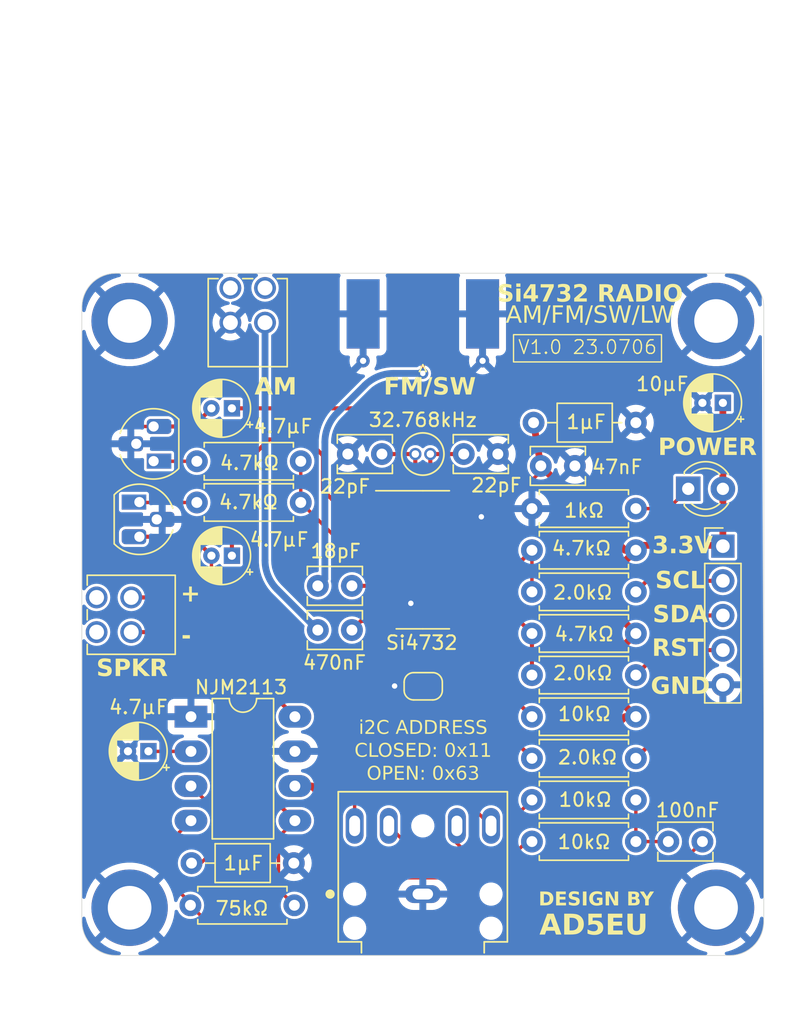
<source format=kicad_pcb>
(kicad_pcb (version 20221018) (generator pcbnew)
  (layers (0 "F.Cu" signal) (31 "B.Cu" signal) (34 "B.Paste" user) (35 "F.Paste" user) (36 "B.SilkS" user "B.Silkscreen") (37 "F.SilkS" user "F.Silkscreen") (38 "B.Mask" user) (39 "F.Mask" user) (44 "Edge.Cuts" user))
  (net 0 "")
  (net 1 "GND")
  (net 2 "Net-(U1-DCLK)")
  (net 3 "Net-(JP2-B)")
  (net 4 "+3.3V")
  (net 5 "Net-(D1-K)")
  (net 6 "Net-(C10-Pad1)")
  (net 7 "Net-(J4-In)")
  (net 8 "Net-(J3-Pin_1)")
  (net 9 "Net-(U1-ROUT)")
  (net 10 "Net-(Q1-B)")
  (net 11 "Net-(Q2-B)")
  (net 12 "Net-(U1-SCLK)")
  (net 13 "Net-(U1-SDIO)")
  (net 14 "Net-(U1-RCLK)")
  (net 15 "Net-(U1-RST)")
  (net 17 "Net-(J1-Pin_2)")
  (net 18 "Net-(J1-Pin_3)")
  (net 19 "Net-(J1-Pin_4)")
  (net 20 "Net-(U1-FMI)")
  (net 21 "Net-(U1-AMI)")
  (net 22 "Net-(Q1-C)")
  (net 23 "Net-(Q2-C)")
  (net 24 "Net-(U1-LOUT)")
  (net 25 "Net-(J2-Pad10)")
  (net 26 "Net-(U2-+VIN)")
  (net 27 "Net-(U2-VREF)")
  (net 28 "Net-(U2--VIN)")
  (net 29 "Net-(J5-Pin_1)")
  (net 30 "Net-(J5-Pin_2)")
  (net 31 "Net-(U1-GPIO1)")
  (net 33 "Net-(J2-Pad11)")
  (footprint "MountingHole:MountingHole_3.2mm_M3_DIN965_Pad" (layer "F.Cu") (at 96.5 53.5)
    (fp_text reference "REF**" hide)
    (fp_text value "MountingHole_3.2mm_M3_DIN965_Pad" hide)
    (pad "1" thru_hole circle (at 0 0) (size 5.6 5.6) (drill 3.2) (layers "*.Cu" "*.Mask") (net 1 "GND"))
  )
  (footprint "Resistor_THT:R_Axial_DIN0207_L6.3mm_D2.5mm_P7.62mm_Horizontal" (layer "F.Cu") (at 58.43 63.78)
    (fp_text reference "R8" hide)
    (fp_text value "4.7kΩ" (at 3.86 0.13) (layer "F.SilkS"))
    (pad "1" thru_hole circle (at 0 0) (size 1.6 1.6) (drill 0.8) (layers "*.Cu" "*.Mask") (net 10 "Net-(Q1-B)"))
    (pad "2" thru_hole oval (at 7.62 0) (size 1.6 1.6) (drill 0.8) (layers "*.Cu" "*.Mask") (net 31 "Net-(U1-GPIO1)"))
  )
  (footprint "Resistor_THT:R_Axial_DIN0207_L6.3mm_D2.5mm_P7.62mm_Horizontal" (layer "F.Cu") (at 57.96 96.32)
    (fp_text reference "R2" hide)
    (fp_text value "75kΩ" (at 3.78 0.23) (layer "F.SilkS"))
    (pad "1" thru_hole circle (at 0 0) (size 1.6 1.6) (drill 0.8) (layers "*.Cu" "*.Mask") (net 28 "Net-(U2--VIN)"))
    (pad "2" thru_hole oval (at 7.62 0) (size 1.6 1.6) (drill 0.8) (layers "*.Cu" "*.Mask") (net 30 "Net-(J5-Pin_2)"))
  )
  (footprint "Resistor_THT:R_Axial_DIN0207_L6.3mm_D2.5mm_P7.62mm_Horizontal" (layer "F.Cu") (at 83 73.35)
    (fp_text reference "R11" hide)
    (fp_text value "2.0kΩ" (at 3.72 0.05) (layer "F.SilkS"))
    (pad "1" thru_hole circle (at 0 0) (size 1.6 1.6) (drill 0.8) (layers "*.Cu" "*.Mask") (net 13 "Net-(U1-SDIO)"))
    (pad "2" thru_hole oval (at 7.62 0) (size 1.6 1.6) (drill 0.8) (layers "*.Cu" "*.Mask") (net 17 "Net-(J1-Pin_2)"))
  )
  (footprint "Package_SO:SOIC-16_3.9x9.9mm_P1.27mm" (layer "F.Cu") (at 75 71)
    (fp_text reference "U1" hide)
    (fp_text value "Si4732" (at -0.08 6.08) (layer "F.SilkS"))
    (pad "1" smd roundrect (at -2.475 -4.445) (size 1.95 0.6) (layers "F.Cu" "F.Paste" "F.Mask") (net 24 "Net-(U1-LOUT)"))
    (pad "2" smd roundrect (at -2.475 -3.175) (size 1.95 0.6) (layers "F.Cu" "F.Paste" "F.Mask") (net 2 "Net-(U1-DCLK)"))
    (pad "3" smd roundrect (at -2.475 -1.905) (size 1.95 0.6) (layers "F.Cu" "F.Paste" "F.Mask"))
    (pad "4" smd roundrect (at -2.475 -0.635) (size 1.95 0.6) (layers "F.Cu" "F.Paste" "F.Mask") (net 31 "Net-(U1-GPIO1)"))
    (pad "5" smd roundrect (at -2.475 0.635) (size 1.95 0.6) (layers "F.Cu" "F.Paste" "F.Mask"))
    (pad "6" smd roundrect (at -2.475 1.905) (size 1.95 0.6) (layers "F.Cu" "F.Paste" "F.Mask") (net 20 "Net-(U1-FMI)"))
    (pad "7" smd roundrect (at -2.475 3.175) (size 1.95 0.6) (layers "F.Cu" "F.Paste" "F.Mask") (net 1 "GND"))
    (pad "8" smd roundrect (at -2.475 4.445) (size 1.95 0.6) (layers "F.Cu" "F.Paste" "F.Mask") (net 21 "Net-(U1-AMI)"))
    (pad "9" smd roundrect (at 2.475 4.445) (size 1.95 0.6) (layers "F.Cu" "F.Paste" "F.Mask") (net 15 "Net-(U1-RST)"))
    (pad "10" smd roundrect (at 2.475 3.175) (size 1.95 0.6) (layers "F.Cu" "F.Paste" "F.Mask") (net 3 "Net-(JP2-B)"))
    (pad "11" smd roundrect (at 2.475 1.905) (size 1.95 0.6) (layers "F.Cu" "F.Paste" "F.Mask") (net 12 "Net-(U1-SCLK)"))
    (pad "12" smd roundrect (at 2.475 0.635) (size 1.95 0.6) (layers "F.Cu" "F.Paste" "F.Mask") (net 13 "Net-(U1-SDIO)"))
    (pad "13" smd roundrect (at 2.475 -0.635) (size 1.95 0.6) (layers "F.Cu" "F.Paste" "F.Mask") (net 14 "Net-(U1-RCLK)"))
    (pad "14" smd roundrect (at 2.475 -1.905) (size 1.95 0.6) (layers "F.Cu" "F.Paste" "F.Mask") (net 4 "+3.3V"))
    (pad "15" smd roundrect (at 2.475 -3.175) (size 1.95 0.6) (layers "F.Cu" "F.Paste" "F.Mask") (net 1 "GND"))
    (pad "16" smd roundrect (at 2.475 -4.445) (size 1.95 0.6) (layers "F.Cu" "F.Paste" "F.Mask") (net 9 "Net-(U1-ROUT)"))
  )
  (footprint "Package_DIP:DIP-8_W7.62mm_LongPads" (layer "F.Cu") (at 58 82.5)
    (fp_text reference "U2" hide)
    (fp_text value "NJM2113" (at 3.67 -2.16) (layer "F.SilkS"))
    (pad "1" thru_hole rect (at 0 0) (size 2.4 1.6) (drill 0.8) (layers "*.Cu" "*.Mask") (net 1 "GND"))
    (pad "2" thru_hole oval (at 0 2.54) (size 2.4 1.6) (drill 0.8) (layers "*.Cu" "*.Mask") (net 27 "Net-(U2-VREF)"))
    (pad "3" thru_hole oval (at 0 5.08) (size 2.4 1.6) (drill 0.8) (layers "*.Cu" "*.Mask") (net 26 "Net-(U2-+VIN)"))
    (pad "4" thru_hole oval (at 0 7.62) (size 2.4 1.6) (drill 0.8) (layers "*.Cu" "*.Mask") (net 28 "Net-(U2--VIN)"))
    (pad "5" thru_hole oval (at 7.62 7.62) (size 2.4 1.6) (drill 0.8) (layers "*.Cu" "*.Mask") (net 30 "Net-(J5-Pin_2)"))
    (pad "6" thru_hole oval (at 7.62 5.08) (size 2.4 1.6) (drill 0.8) (layers "*.Cu" "*.Mask") (net 4 "+3.3V"))
    (pad "7" thru_hole oval (at 7.62 2.54) (size 2.4 1.6) (drill 0.8) (layers "*.Cu" "*.Mask") (net 1 "GND"))
    (pad "8" thru_hole oval (at 7.62 0) (size 2.4 1.6) (drill 0.8) (layers "*.Cu" "*.Mask") (net 29 "Net-(J5-Pin_1)"))
  )
  (footprint "Capacitor_THT:CP_Radial_D4.0mm_P1.50mm" (layer "F.Cu") (at 54.8826 85.03 180)
    (fp_text reference "C4" hide)
    (fp_text value "4.7µF" (at 0.7426 3.23) (layer "F.SilkS"))
    (pad "1" thru_hole rect (at 0 0 180) (size 1.2 1.2) (drill 0.6) (layers "*.Cu" "*.Mask") (net 27 "Net-(U2-VREF)"))
    (pad "2" thru_hole circle (at 1.5 0 180) (size 1.2 1.2) (drill 0.6) (layers "*.Cu" "*.Mask") (net 1 "GND"))
  )
  (footprint "Resistor_THT:R_Axial_DIN0207_L6.3mm_D2.5mm_P7.62mm_Horizontal" (layer "F.Cu") (at 90.62 67.25 180)
    (fp_text reference "R6" hide)
    (fp_text value "1kΩ" (at 3.79 -0.14) (layer "F.SilkS"))
    (pad "1" thru_hole circle (at 0 0 180) (size 1.6 1.6) (drill 0.8) (layers "*.Cu" "*.Mask") (net 5 "Net-(D1-K)"))
    (pad "2" thru_hole oval (at 7.62 0 180) (size 1.6 1.6) (drill 0.8) (layers "*.Cu" "*.Mask") (net 1 "GND"))
  )
  (footprint "Resistor_THT:R_Axial_DIN0207_L6.3mm_D2.5mm_P7.62mm_Horizontal" (layer "F.Cu") (at 83 85.55)
    (fp_text reference "R16" hide)
    (fp_text value "2.0kΩ" (at 4.08 -0.07) (layer "F.SilkS"))
    (pad "1" thru_hole circle (at 0 0) (size 1.6 1.6) (drill 0.8) (layers "*.Cu" "*.Mask") (net 15 "Net-(U1-RST)"))
    (pad "2" thru_hole oval (at 7.62 0) (size 1.6 1.6) (drill 0.8) (layers "*.Cu" "*.Mask") (net 19 "Net-(J1-Pin_4)"))
  )
  (footprint "Connector_Coaxial:SMA_Molex_73251-1153_EdgeMount_Horizontal" (layer "F.Cu") (at 75 54.7 -90)
    (fp_text reference "J4" hide)
    (fp_text value "Conn_01x01_Female" hide)
    (pad "1" smd rect (at -1.72 0 270) (size 5.08 2.29) (layers "F.Cu" "F.Paste" "F.Mask") (net 7 "Net-(J4-In)"))
    (pad "2" smd rect (at -1.72 -4.38 270) (size 5.08 2.42) (layers "F.Cu" "F.Paste" "F.Mask") (net 1 "GND"))
    (pad "2" smd rect (at -1.72 -4.38 270) (size 5.08 2.42) (layers "B.Cu" "B.Paste" "B.Mask") (net 1 "GND"))
    (pad "2" smd rect (at -1.72 4.38 270) (size 5.08 2.42) (layers "F.Cu" "F.Paste" "F.Mask") (net 1 "GND"))
    (pad "2" smd rect (at -1.72 4.38 270) (size 5.08 2.42) (layers "B.Cu" "B.Paste" "B.Mask") (net 1 "GND"))
    (pad "2" smd rect (at 1.27 -4.38 270) (size 0.95 0.46) (layers "F.Cu") (net 1 "GND"))
    (pad "2" smd rect (at 1.27 -4.38 270) (size 0.95 0.46) (layers "B.Cu") (net 1 "GND"))
    (pad "2" smd rect (at 1.27 4.38 270) (size 0.95 0.46) (layers "F.Cu") (net 1 "GND"))
    (pad "2" smd rect (at 1.27 4.38 270) (size 0.95 0.46) (layers "B.Cu") (net 1 "GND"))
    (pad "2" thru_hole circle (at 1.72 -4.38 270) (size 0.97 0.97) (drill 0.46) (layers "*.Cu") (net 1 "GND"))
    (pad "2" thru_hole circle (at 1.72 4.38 270) (size 0.97 0.97) (drill 0.46) (layers "*.Cu") (net 1 "GND"))
  )
  (footprint "Jumper:SolderJumper-2_P1.3mm_Bridged_RoundedPad1.0x1.5mm" (layer "F.Cu") (at 75.03 80.27)
    (fp_text reference "JP2" hide)
    (fp_text value "SolderJumper_2_Open" hide)
    (fp_poly (pts (xy 0.25 -0.3) (xy -0.25 -0.3) (xy -0.25 0.3) (xy 0.25 0.3)) (fill solid) (layer "F.Cu"))
    (pad "1" smd custom (at -0.65 0) (size 1 0.5) (layers "F.Cu" "F.Mask") (net 1 "GND") (options (clearance outline) (anchor rect)) (primitives (gr_circle (center 0 0.25) (end 0.5 0.25) (width 0) (fill yes)) (gr_circle (center 0 -0.25) (end 0.5 -0.25) (width 0) (fill yes)) (gr_poly (pts (xy 0.5 0.75) (xy 0 0.75) (xy 0 -0.75) (xy 0.5 -0.75)) (width 0) (fill yes))))
    (pad "2" smd custom (at 0.65 0) (size 1 0.5) (layers "F.Cu" "F.Mask") (net 3 "Net-(JP2-B)") (options (clearance outline) (anchor rect)) (primitives (gr_circle (center 0 0.25) (end 0.5 0.25) (width 0) (fill yes)) (gr_circle (center 0 -0.25) (end 0.5 -0.25) (width 0) (fill yes)) (gr_poly (pts (xy 0 0.75) (xy -0.5 0.75) (xy -0.5 -0.75) (xy 0 -0.75)) (width 0) (fill yes))))
  )
  (footprint "Capacitor_THT:C_Axial_L3.8mm_D2.6mm_P7.50mm_Horizontal" (layer "F.Cu") (at 65.54 93.23 180)
    (fp_text reference "C3" hide)
    (fp_text value "1µF" (at 3.7 -0.01) (layer "F.SilkS"))
    (pad "1" thru_hole circle (at 0 0 180) (size 1.6 1.6) (drill 0.8) (layers "*.Cu" "*.Mask") (net 1 "GND"))
    (pad "2" thru_hole oval (at 7.5 0 180) (size 1.6 1.6) (drill 0.8) (layers "*.Cu" "*.Mask") (net 26 "Net-(U2-+VIN)"))
  )
  (footprint "MountingHole:MountingHole_3.2mm_M3_DIN965_Pad" (layer "F.Cu") (at 96.5 96.5)
    (fp_text reference "REF**" hide)
    (fp_text value "MountingHole_3.2mm_M3_DIN965_Pad" hide)
    (pad "1" thru_hole circle (at 0 0) (size 5.6 5.6) (drill 3.2) (layers "*.Cu" "*.Mask") (net 1 "GND"))
  )
  (footprint "Capacitor_THT:CP_Radial_D4.0mm_P1.50mm" (layer "F.Cu") (at 61 70.7 180)
    (fp_text reference "C15" hide)
    (fp_text value "4.7µF" (at -3.46 1.18) (layer "F.SilkS"))
    (pad "1" thru_hole rect (at 0 0 180) (size 1.2 1.2) (drill 0.6) (layers "*.Cu" "*.Mask") (net 24 "Net-(U1-LOUT)"))
    (pad "2" thru_hole circle (at 1.5 0 180) (size 1.2 1.2) (drill 0.6) (layers "*.Cu" "*.Mask") (net 23 "Net-(Q2-C)"))
  )
  (footprint "Capacitor_THT:C_Disc_D3.8mm_W2.6mm_P2.50mm" (layer "F.Cu") (at 72 63.25 180)
    (fp_text reference "C1" hide)
    (fp_text value "22pF" (at 2.71 -2.38) (layer "F.SilkS"))
    (pad "1" thru_hole circle (at 0 0 180) (size 1.6 1.6) (drill 0.8) (layers "*.Cu" "*.Mask") (net 2 "Net-(U1-DCLK)"))
    (pad "2" thru_hole circle (at 2.5 0 180) (size 1.6 1.6) (drill 0.8) (layers "*.Cu" "*.Mask") (net 1 "GND"))
  )
  (footprint "LED_THT:LED_D3.0mm" (layer "F.Cu") (at 94.46 65.8)
    (fp_text reference "D1" hide)
    (fp_text value "LED_Small" hide)
    (pad "1" thru_hole rect (at 0 0) (size 1.8 1.8) (drill 0.9) (layers "*.Cu" "*.Mask") (net 5 "Net-(D1-K)"))
    (pad "2" thru_hole circle (at 2.54 0) (size 1.8 1.8) (drill 0.9) (layers "*.Cu" "*.Mask") (net 4 "+3.3V"))
  )
  (footprint "SJ1-3525N:SJ1-3525N" (layer "F.Cu") (at 75 95.5 90)
    (fp_text reference "J2" hide)
    (fp_text value "SJ1-3525N" hide)
    (pad "" np_thru_hole circle (at -2.5 -5 90) (size 1.2 1.2) (drill 1.2) (layers "*.Cu" "*.Mask"))
    (pad "" np_thru_hole circle (at -2.5 5 90) (size 1.2 1.2) (drill 1.2) (layers "*.Cu" "*.Mask"))
    (pad "" np_thru_hole circle (at 0 -5 90) (size 1.2 1.2) (drill 1.2) (layers "*.Cu" "*.Mask"))
    (pad "" np_thru_hole circle (at 0 5 90) (size 1.2 1.2) (drill 1.2) (layers "*.Cu" "*.Mask"))
    (pad "" np_thru_hole circle (at 5 0 90) (size 1.2 1.2) (drill 1.2) (layers "*.Cu" "*.Mask"))
    (pad "1" thru_hole oval (at 0 0 90) (size 1.308 2.616) (drill oval 0.8 1.5) (layers "*.Cu" "*.Mask") (net 1 "GND"))
    (pad "2" thru_hole oval (at 5 5 90) (size 2.616 1.308) (drill oval 1.5 0.8) (layers "*.Cu" "*.Mask") (net 23 "Net-(Q2-C)"))
    (pad "3" thru_hole oval (at 5 -5 90) (size 2.616 1.308) (drill oval 1.5 0.8) (layers "*.Cu" "*.Mask") (net 22 "Net-(Q1-C)"))
    (pad "10" thru_hole oval (at 5 2.5 90) (size 2.616 1.308) (drill oval 1.5 0.8) (layers "*.Cu" "*.Mask") (net 25 "Net-(J2-Pad10)"))
    (pad "11" thru_hole oval (at 5 -2.5 90) (size 2.616 1.308) (drill oval 1.5 0.8) (layers "*.Cu" "*.Mask") (net 33 "Net-(J2-Pad11)"))
  )
  (footprint "Resistor_THT:R_Axial_DIN0207_L6.3mm_D2.5mm_P7.62mm_Horizontal" (layer "F.Cu") (at 90.62 88.6 180)
    (fp_text reference "R5" hide)
    (fp_text value "10kΩ" (at 3.71 0.02) (layer "F.SilkS"))
    (pad "1" thru_hole circle (at 0 0 180) (size 1.6 1.6) (drill 0.8) (layers "*.Cu" "*.Mask") (net 6 "Net-(C10-Pad1)"))
    (pad "2" thru_hole oval (at 7.62 0 180) (size 1.6 1.6) (drill 0.8) (layers "*.Cu" "*.Mask") (net 25 "Net-(J2-Pad10)"))
  )
  (footprint "Capacitor_THT:C_Disc_D3.8mm_W2.6mm_P2.50mm" (layer "F.Cu") (at 86.15 64.12 180)
    (fp_text reference "C5" hide)
    (fp_text value "47nF" (at -3.1 -0.08) (layer "F.SilkS"))
    (pad "1" thru_hole circle (at 0 0 180) (size 1.6 1.6) (drill 0.8) (layers "*.Cu" "*.Mask") (net 1 "GND"))
    (pad "2" thru_hole circle (at 2.5 0 180) (size 1.6 1.6) (drill 0.8) (layers "*.Cu" "*.Mask") (net 4 "+3.3V"))
  )
  (footprint "Resistor_THT:R_Axial_DIN0207_L6.3mm_D2.5mm_P7.62mm_Horizontal" (layer "F.Cu") (at 83 79.45)
    (fp_text reference "R14" hide)
    (fp_text value "2.0kΩ" (at 3.73 -0.14) (layer "F.SilkS"))
    (pad "1" thru_hole circle (at 0 0) (size 1.6 1.6) (drill 0.8) (layers "*.Cu" "*.Mask") (net 12 "Net-(U1-SCLK)"))
    (pad "2" thru_hole oval (at 7.62 0) (size 1.6 1.6) (drill 0.8) (layers "*.Cu" "*.Mask") (net 18 "Net-(J1-Pin_3)"))
  )
  (footprint "Capacitor_THT:C_Disc_D3.8mm_W2.6mm_P2.50mm" (layer "F.Cu") (at 78 63.25)
    (fp_text reference "C2" hide)
    (fp_text value "22pF" (at 2.39 2.29) (layer "F.SilkS"))
    (pad "1" thru_hole circle (at 0 0) (size 1.6 1.6) (drill 0.8) (layers "*.Cu" "*.Mask") (net 14 "Net-(U1-RCLK)"))
    (pad "2" thru_hole circle (at 2.5 0) (size 1.6 1.6) (drill 0.8) (layers "*.Cu" "*.Mask") (net 1 "GND"))
  )
  (footprint "Capacitor_THT:C_Axial_L3.8mm_D2.6mm_P7.50mm_Horizontal" (layer "F.Cu") (at 90.62 60.95 180)
    (fp_text reference "C7" hide)
    (fp_text value "1µF" (at 3.65 0.05) (layer "F.SilkS"))
    (pad "1" thru_hole circle (at 0 0 180) (size 1.6 1.6) (drill 0.8) (layers "*.Cu" "*.Mask") (net 1 "GND"))
    (pad "2" thru_hole oval (at 7.5 0 180) (size 1.6 1.6) (drill 0.8) (layers "*.Cu" "*.Mask") (net 4 "+3.3V"))
  )
  (footprint "Package_TO_SOT_THT:TO-92_HandSolder" (layer "F.Cu") (at 54.22 66.77 -90)
    (fp_text reference "Q2" hide)
    (fp_text value "Q_NPN_BEC" hide)
    (pad "1" thru_hole rect (at 0 0 270) (size 1.1 1.8) (drill 0.75 (offset 0 0.4)) (layers "*.Cu" "*.Mask") (net 11 "Net-(Q2-B)"))
    (pad "2" thru_hole roundrect (at 1.27 -1.27 270) (size 1.1 1.8) (drill 0.75 (offset 0 -0.4)) (layers "*.Cu" "*.Mask") (net 1 "GND"))
    (pad "3" thru_hole roundrect (at 2.54 0 270) (size 1.1 1.8) (drill 0.75 (offset 0 0.4)) (layers "*.Cu" "*.Mask") (net 23 "Net-(Q2-C)"))
  )
  (footprint "Resistor_THT:R_Axial_DIN0207_L6.3mm_D2.5mm_P7.62mm_Horizontal" (layer "F.Cu") (at 58.43 66.8)
    (fp_text reference "R7" hide)
    (fp_text value "4.7kΩ" (at 3.79 -0.02) (layer "F.SilkS"))
    (pad "1" thru_hole circle (at 0 0) (size 1.6 1.6) (drill 0.8) (layers "*.Cu" "*.Mask") (net 11 "Net-(Q2-B)"))
    (pad "2" thru_hole oval (at 7.62 0) (size 1.6 1.6) (drill 0.8) (layers "*.Cu" "*.Mask") (net 31 "Net-(U1-GPIO1)"))
  )
  (footprint "Package_TO_SOT_THT:TO-92_HandSolder" (layer "F.Cu") (at 55.26 63.77 90)
    (fp_text reference "Q1" hide)
    (fp_text value "Q_NPN_BEC" hide)
    (pad "1" thru_hole rect (at 0 0 90) (size 1.1 1.8) (drill 0.75 (offset 0 0.4)) (layers "*.Cu" "*.Mask") (net 10 "Net-(Q1-B)"))
    (pad "2" thru_hole roundrect (at 1.27 -1.27 90) (size 1.1 1.8) (drill 0.75 (offset 0 -0.4)) (layers "*.Cu" "*.Mask") (net 1 "GND"))
    (pad "3" thru_hole roundrect (at 2.54 0 90) (size 1.1 1.8) (drill 0.75 (offset 0 0.4)) (layers "*.Cu" "*.Mask") (net 22 "Net-(Q1-C)"))
  )
  (footprint "Phoenix_2x1:1725656" (layer "F.Cu") (at 63.43 53.62 180)
    (fp_text reference "J3" hide)
    (fp_text value "Conn_01x02_Pin" hide)
    (pad "1" thru_hole circle (at 0 0 180) (size 1.6002 1.6002) (drill 1.0922) (layers "*.Cu" "*.Mask") (net 8 "Net-(J3-Pin_1)"))
    (pad "2" thru_hole circle (at 2.54 0 180) (size 1.6002 1.6002) (drill 1.0922) (layers "*.Cu" "*.Mask") (net 1 "GND"))
    (pad "3" thru_hole circle (at 0 2.54 270) (size 1.6002 1.6002) (drill 1.0922) (layers "*.Cu" "*.Mask"))
    (pad "4" thru_hole circle (at 2.54 2.54 270) (size 1.6002 1.6002) (drill 1.0922) (layers "*.Cu" "*.Mask"))
  )
  (footprint "Connector_PinHeader_2.54mm:PinHeader_1x05_P2.54mm_Vertical" (layer "F.Cu") (at 97 70)
    (fp_text reference "J1" hide)
    (fp_text value "Conn_01x05_Pin" hide)
    (pad "1" thru_hole rect (at 0 0) (size 1.7 1.7) (drill 1) (layers "*.Cu" "*.Mask") (net 4 "+3.3V"))
    (pad "2" thru_hole oval (at 0 2.54) (size 1.7 1.7) (drill 1) (layers "*.Cu" "*.Mask") (net 17 "Net-(J1-Pin_2)"))
    (pad "3" thru_hole oval (at 0 5.08) (size 1.7 1.7) (drill 1) (layers "*.Cu" "*.Mask") (net 18 "Net-(J1-Pin_3)"))
    (pad "4" thru_hole oval (at 0 7.62) (size 1.7 1.7) (drill 1) (layers "*.Cu" "*.Mask") (net 19 "Net-(J1-Pin_4)"))
    (pad "5" thru_hole oval (at 0 10.16) (size 1.7 1.7) (drill 1) (layers "*.Cu" "*.Mask") (net 1 "GND"))
  )
  (footprint "MountingHole:MountingHole_3.2mm_M3_DIN965_Pad" (layer "F.Cu") (at 53.5 96.5)
    (fp_text reference "REF**" hide)
    (fp_text value "MountingHole_3.2mm_M3_DIN965_Pad" hide)
    (pad "1" thru_hole circle (at 0 0) (size 5.6 5.6) (drill 3.2) (layers "*.Cu" "*.Mask") (net 1 "GND"))
  )
  (footprint "ECS27:XTAL_ECS-.327-12.5-8X-C" (layer "F.Cu") (at 75 63.25)
    (fp_text reference "Y1" hide)
    (fp_text value "32.768kHz" (at 0 -2.5) (layer "F.SilkS"))
    (pad "1" thru_hole circle (at -0.55 0) (size 0.9 0.9) (drill 0.55) (layers "*.Cu" "*.Mask") (net 2 "Net-(U1-DCLK)"))
    (pad "2" thru_hole circle (at 0.55 0) (size 0.9 0.9) (drill 0.55) (layers "*.Cu" "*.Mask") (net 14 "Net-(U1-RCLK)"))
  )
  (footprint "Capacitor_THT:CP_Radial_D4.0mm_P1.50mm" (layer "F.Cu") (at 97 59.5 180)
    (fp_text reference "C8" hide)
    (fp_text value "10µF" (at 4.44 1.38) (layer "F.SilkS"))
    (pad "1" thru_hole rect (at 0 0 180) (size 1.2 1.2) (drill 0.6) (layers "*.Cu" "*.Mask") (net 4 "+3.3V"))
    (pad "2" thru_hole circle (at 1.5 0 180) (size 1.2 1.2) (drill 0.6) (layers "*.Cu" "*.Mask") (net 1 "GND"))
  )
  (footprint "Capacitor_THT:C_Disc_D3.8mm_W2.6mm_P2.50mm" (layer "F.Cu") (at 93 91.65)
    (fp_text reference "C10" hide)
    (fp_text value "100nF" (at 1.41 -2.3) (layer "F.SilkS"))
    (pad "1" thru_hole circle (at 0 0) (size 1.6 1.6) (drill 0.8) (layers "*.Cu" "*.Mask") (net 6 "Net-(C10-Pad1)"))
    (pad "2" thru_hole circle (at 2.5 0) (size 1.6 1.6) (drill 0.8) (layers "*.Cu" "*.Mask") (net 28 "Net-(U2--VIN)"))
  )
  (footprint "Resistor_THT:R_Axial_DIN0207_L6.3mm_D2.5mm_P7.62mm_Horizontal" (layer "F.Cu") (at 90.62 70.3 180)
    (fp_text reference "R4" hide)
    (fp_text value "4.7kΩ" (at 3.99 0.14) (layer "F.SilkS"))
    (pad "1" thru_hole circle (at 0 0 180) (size 1.6 1.6) (drill 0.8) (layers "*.Cu" "*.Mask") (net 4 "+3.3V"))
    (pad "2" thru_hole oval (at 7.62 0 180) (size 1.6 1.6) (drill 0.8) (layers "*.Cu" "*.Mask") (net 13 "Net-(U1-SDIO)"))
  )
  (footprint "MountingHole:MountingHole_3.2mm_M3_DIN965_Pad" (layer "F.Cu") (at 53.5 53.5)
    (fp_text reference "REF**" hide)
    (fp_text value "MountingHole_3.2mm_M3_DIN965_Pad" hide)
    (pad "1" thru_hole circle (at 0 0) (size 5.6 5.6) (drill 3.2) (layers "*.Cu" "*.Mask") (net 1 "GND"))
  )
  (footprint "Capacitor_THT:C_Disc_D3.8mm_W2.6mm_P2.50mm" (layer "F.Cu") (at 67.3 76.15)
    (fp_text reference "C9" hide)
    (fp_text value "470nF" (at 1.22 2.39) (layer "F.SilkS"))
    (pad "1" thru_hole circle (at 0 0) (size 1.6 1.6) (drill 0.8) (layers "*.Cu" "*.Mask") (net 8 "Net-(J3-Pin_1)"))
    (pad "2" thru_hole circle (at 2.5 0) (size 1.6 1.6) (drill 0.8) (layers "*.Cu" "*.Mask") (net 21 "Net-(U1-AMI)"))
  )
  (footprint "Resistor_THT:R_Axial_DIN0207_L6.3mm_D2.5mm_P7.62mm_Horizontal" (layer "F.Cu") (at 90.62 76.4 180)
    (fp_text reference "R1" hide)
    (fp_text value "4.7kΩ" (at 3.79 -0.05) (layer "F.SilkS"))
    (pad "1" thru_hole circle (at 0 0 180) (size 1.6 1.6) (drill 0.8) (layers "*.Cu" "*.Mask") (net 4 "+3.3V"))
    (pad "2" thru_hole oval (at 7.62 0 180) (size 1.6 1.6) (drill 0.8) (layers "*.Cu" "*.Mask") (net 12 "Net-(U1-SCLK)"))
  )
  (footprint "Resistor_THT:R_Axial_DIN0207_L6.3mm_D2.5mm_P7.62mm_Horizontal" (layer "F.Cu") (at 90.62 82.5 180)
    (fp_text reference "R3" hide)
    (fp_text value "10kΩ" (at 3.77 0.2) (layer "F.SilkS"))
    (pad "1" thru_hole circle (at 0 0 180) (size 1.6 1.6) (drill 0.8) (layers "*.Cu" "*.Mask") (net 4 "+3.3V"))
    (pad "2" thru_hole oval (at 7.62 0 180) (size 1.6 1.6) (drill 0.8) (layers "*.Cu" "*.Mask") (net 3 "Net-(JP2-B)"))
  )
  (footprint "Capacitor_THT:C_Disc_D3.8mm_W2.6mm_P2.50mm" (layer "F.Cu") (at 67.3 72.91)
    (fp_text reference "C6" hide)
    (fp_text value "18pF" (at 1.31 -2.54) (layer "F.SilkS"))
    (pad "1" thru_hole circle (at 0 0) (size 1.6 1.6) (drill 0.8) (layers "*.Cu" "*.Mask") (net 7 "Net-(J4-In)"))
    (pad "2" thru_hole circle (at 2.5 0) (size 1.6 1.6) (drill 0.8) (layers "*.Cu" "*.Mask") (net 20 "Net-(U1-FMI)"))
  )
  (footprint "Phoenix_2x1:1725656" (layer "F.Cu") (at 53.62 73.76 -90)
    (fp_text reference "J5" hide)
    (fp_text value "Conn_01x02_Pin" hide)
    (pad "1" thru_hole circle (at 0 0 270) (size 1.6002 1.6002) (drill 1.0922) (layers "*.Cu" "*.Mask") (net 29 "Net-(J5-Pin_1)"))
    (pad "2" thru_hole circle (at 2.54 0 270) (size 1.6002 1.6002) (drill 1.0922) (layers "*.Cu" "*.Mask") (net 30 "Net-(J5-Pin_2)"))
    (pad "3" thru_hole circle (at 0 2.54) (size 1.6002 1.6002) (drill 1.0922) (layers "*.Cu" "*.Mask"))
    (pad "4" thru_hole circle (at 2.54 2.54) (size 1.6002 1.6002) (drill 1.0922) (layers "*.Cu" "*.Mask"))
  )
  (footprint "Resistor_THT:R_Axial_DIN0207_L6.3mm_D2.5mm_P7.62mm_Horizontal" (layer "F.Cu") (at 90.62 91.65 180)
    (fp_text reference "R12" hide)
    (fp_text value "10kΩ" (at 3.79 -0.03) (layer "F.SilkS"))
    (pad "1" thru_hole circle (at 0 0 180) (size 1.6 1.6) (drill 0.8) (layers "*.Cu" "*.Mask") (net 6 "Net-(C10-Pad1)"))
    (pad "2" thru_hole oval (at 7.62 0 180) (size 1.6 1.6) (drill 0.8) (layers "*.Cu" "*.Mask") (net 33 "Net-(J2-Pad11)"))
  )
  (footprint "Capacitor_THT:CP_Radial_D4.0mm_P1.50mm" (layer "F.Cu") (at 61 59.9 180)
    (fp_text reference "C11" hide)
    (fp_text value "4.7µF" (at -3.74 -1.32) (layer "F.SilkS"))
    (pad "1" thru_hole rect (at 0 0 180) (size 1.2 1.2) (drill 0.6) (layers "*.Cu" "*.Mask") (net 9 "Net-(U1-ROUT)"))
    (pad "2" thru_hole circle (at 1.5 0 180) (size 1.2 1.2) (drill 0.6) (layers "*.Cu" "*.Mask") (net 22 "Net-(Q1-C)"))
  )
  (gr_rect (start 81.65 54.5) (end 92.5 56.5) (stroke (width 0.1)) (fill none) (layer "F.SilkS"))
  (gr_arc (start 52.5 100) (mid 50.732234 99.267767) (end 50 97.5) (stroke (width 0.05)) (layer "Edge.Cuts"))
  (gr_arc (start 97.5 50) (mid 99.267766 50.732233) (end 100 52.5) (stroke (width 0.05)) (layer "Edge.Cuts"))
  (gr_arc (start 100 97.5) (mid 99.267767 99.267766) (end 97.5 100) (stroke (width 0.05)) (layer "Edge.Cuts"))
  (gr_arc (start 50 52.5) (mid 50.732233 50.732234) (end 52.5 50) (stroke (width 0.05)) (layer "Edge.Cuts"))
  (gr_line (start 52.5 100) (end 97.5 100) (stroke (width 0.05)) (layer "Edge.Cuts"))
  (gr_line (start 100 52.5) (end 100 97.5) (stroke (width 0.05)) (layer "Edge.Cuts"))
  (gr_line (start 52.5 50) (end 97.5 50) (stroke (width 0.05)) (layer "Edge.Cuts"))
  (gr_line (start 50 52.5) (end 50 97.5) (stroke (width 0.05)) (layer "Edge.Cuts"))
  (gr_text "V1.0 23.0706\n" (at 87.075 56) (layer "F.SilkS") (effects (font (size 1 1) (thickness 0.1)) (justify bottom)))
  (gr_text "GND" (at 91.71 81.04) (layer "F.SilkS") (effects (font (size 1.25 1.25) (thickness 0.25) bold) (justify left bottom)))
  (gr_text "FM/SW" (at 72.13 59.1) (layer "F.SilkS") (effects (font (size 1.25 1.25) (thickness 0.25) bold) (justify left bottom)))
  (gr_text "RST" (at 91.8 78.25) (layer "F.SilkS") (effects (font (size 1.25 1.25) (thickness 0.25) bold) (justify left bottom)))
  (gr_text "+" (at 57.23 74.27) (layer "F.SilkS") (effects (font (size 1.25 1.25) (thickness 0.25) bold) (justify left bottom)))
  (gr_text "i2C ADDRESS\nCLOSED: 0x11\nOPEN: 0x63" (at 75.02 87.29) (layer "F.SilkS") (effects (font (size 1 1) (thickness 0.125)) (justify bottom)))
  (gr_text "Si4732 RADIO\n" (at 87.26 52.29) (layer "F.SilkS") (effects (font (size 1.25 1.25) (thickness 0.3) bold) (justify bottom)))
  (gr_text "DESIGN BY" (at 87.71 96.5) (layer "F.SilkS") (effects (font (size 1 1) (thickness 0.25) bold) (justify bottom)))
  (gr_text "3.3V" (at 91.81 70.73) (layer "F.SilkS") (effects (font (size 1.25 1.25) (thickness 0.25) bold) (justify left bottom)))
  (gr_text "SPKR" (at 51.06 79.73) (layer "F.SilkS") (effects (font (size 1.25 1.25) (thickness 0.25) bold) (justify left bottom)))
  (gr_text "AM" (at 62.66 59.1) (layer "F.SilkS") (effects (font (size 1.25 1.25) (thickness 0.25) bold) (justify left bottom)))
  (gr_text "-" (at 57.29 77.36) (layer "F.SilkS") (effects (font (size 1.25 1.25) (thickness 0.25) bold) (justify left bottom)))
  (gr_text "SDA" (at 91.85 75.79) (layer "F.SilkS") (effects (font (size 1.25 1.25) (thickness 0.25) bold) (justify left bottom)))
  (gr_text "AD5EU" (at 87.53 98.72) (layer "F.SilkS") (effects (font (size 1.5 1.5) (thickness 0.3) bold italic) (justify bottom)))
  (gr_text "AM/FM/SW/LW\n\n" (at 87.26 55.94) (layer "F.SilkS") (effects (font (size 1.25 1.25) (thickness 0.15625)) (justify bottom)))
  (gr_text "POWER" (at 92.25 63.53) (layer "F.SilkS") (effects (font (size 1.25 1.25) (thickness 0.25) bold) (justify left bottom)))
  (gr_text "SCL" (at 92.04 73.3) (layer "F.SilkS") (effects (font (size 1.25 1.25) (thickness 0.25) bold) (justify left bottom)))
  (segment (start 77.475 67.825) (end 79.265 67.825) (width 0.35) (layer "F.Cu") (net 1))
  (segment (start 74.105 74.175) (end 74.12 74.19) (width 0.35) (layer "F.Cu") (net 1))
  (segment (start 74.38 80.27) (end 72.95 80.27) (width 0.35) (layer "F.Cu") (net 1))
  (segment (start 72.525 74.175) (end 74.105 74.175) (width 0.35) (layer "F.Cu") (net 1))
  (segment (start 79.265 67.825) (end 79.29 67.85) (width 0.35) (layer "F.Cu") (net 1))
  (via (at 79.29 67.85) (size 0.8) (drill 0.4) (layers "F.Cu" "B.Cu") (net 1))
  (via (at 74.12 74.19) (size 0.8) (drill 0.4) (layers "F.Cu" "B.Cu") (net 1))
  (via (at 72.93 80.25) (size 0.8) (drill 0.4) (layers "F.Cu" "B.Cu") (net 1))
  (segment (start 70.61 53.04) (end 70.62 53.03) (width 0.5) (layer "B.Cu") (net 1))
  (segment (start 72 63.25) (end 74.45 63.25) (width 0.3) (layer "F.Cu") (net 2))
  (segment (start 73.655 67.825) (end 74.45 67.03) (width 0.3) (layer "F.Cu") (net 2))
  (segment (start 74.45 67.03) (end 74.45 63.25) (width 0.3) (layer "F.Cu") (net 2))
  (segment (start 72.525 67.825) (end 73.655 67.825) (width 0.3) (layer "F.Cu") (net 2))
  (segment (start 77.475 74.175) (end 79.795 74.175) (width 0.3) (layer "F.Cu") (net 3))
  (segment (start 77.475 74.175) (end 77.062893 74.175) (width 0.3) (layer "F.Cu") (net 3))
  (segment (start 77.062893 74.175) (end 75.68 75.557893) (width 0.3) (layer "F.Cu") (net 3))
  (segment (start 75.68 75.557893) (end 75.68 80.27) (width 0.3) (layer "F.Cu") (net 3))
  (segment (start 79.795 74.175) (end 80.72 75.1) (width 0.3) (layer "F.Cu") (net 3))
  (segment (start 80.72 80.22) (end 83 82.5) (width 0.3) (layer "F.Cu") (net 3))
  (segment (start 80.72 75.1) (end 80.72 80.22) (width 0.3) (layer "F.Cu") (net 3))
  (segment (start 88.99 83.342233) (end 89.832233 82.5) (width 0.5) (layer "F.Cu") (net 4))
  (segment (start 67.81 88.54) (end 67.81 92.23) (width 0.5) (layer "F.Cu") (net 4))
  (segment (start 83.65 64.12) (end 89.83 70.3) (width 0.5) (layer "F.Cu") (net 4))
  (segment (start 90.98 69.94) (end 90.62 70.3) (width 0.5) (layer "F.Cu") (net 4))
  (segment (start 88.99 93.02) (end 88.99 83.342233) (width 0.5) (layer "F.Cu") (net 4))
  (segment (start 89.12 74.9) (end 89.12 71.8) (width 0.5) (layer "F.Cu") (net 4))
  (segment (start 83.65 64.515305) (end 83.65 64.12) (width 0.25) (layer "F.Cu") (net 4))
  (segment (start 65.62 87.58) (end 66.85 87.58) (width 0.5) (layer "F.Cu") (net 4))
  (segment (start 79.070305 69.095) (end 77.475 69.095) (width 0.25) (layer "F.Cu") (net 4))
  (segment (start 97 59.5) (end 97 65.8) (width 0.5) (layer "F.Cu") (net 4))
  (segment (start 97 65.8) (end 97 70) (width 0.5) (layer "F.Cu") (net 4))
  (segment (start 66.85 87.58) (end 67.81 88.54) (width 0.5) (layer "F.Cu") (net 4))
  (segment (start 90.62 76.4) (end 89.12 74.9) (width 0.5) (layer "F.Cu") (net 4))
  (segment (start 77.475 69.095) (end 79.105661 69.095) (width 0.3) (layer "F.Cu") (net 4))
  (segment (start 79.070305 69.095) (end 83.65 64.515305) (width 0.25) (layer "F.Cu") (net 4))
  (segment (start 89.01 80.89) (end 89.01 78.01) (width 0.5) (layer "F.Cu") (net 4))
  (segment (start 89.01 78.01) (end 90.62 76.4) (width 0.5) (layer "F.Cu") (net 4))
  (segment (start 89.832233 82.5) (end 90.62 82.5) (width 0.5) (layer "F.Cu") (net 4))
  (segment (start 69.76 94.18) (end 87.83 94.18) (width 0.5) (layer "F.Cu") (net 4))
  (segment (start 89.83 70.3) (end 90.62 70.3) (width 0.5) (layer "F.Cu") (net 4))
  (segment (start 83.12 60.95) (end 83.65 64.12) (width 0.5) (layer "F.Cu") (net 4))
  (segment (start 90.62 82.5) (end 89.01 80.89) (width 0.5) (layer "F.Cu") (net 4))
  (segment (start 67.81 92.23) (end 69.76 94.18) (width 0.5) (layer "F.Cu") (net 4))
  (segment (start 87.83 94.18) (end 88.99 93.02) (width 0.5) (layer "F.Cu") (net 4))
  (segment (start 89.12 71.8) (end 90.62 70.3) (width 0.5) (layer "F.Cu") (net 4))
  (segment (start 96.94 69.94) (end 90.98 69.94) (width 0.5) (layer "F.Cu") (net 4))
  (segment (start 93.01 67.25) (end 94.46 65.8) (width 0.25) (layer "F.Cu") (net 5))
  (segment (start 90.62 67.25) (end 93.01 67.25) (width 0.25) (layer "F.Cu") (net 5))
  (segment (start 90.62 91.65) (end 93 91.65) (width 0.25) (layer "F.Cu") (net 6))
  (segment (start 90.62 88.6) (end 90.62 91.65) (width 0.25) (layer "F.Cu") (net 6))
  (segment (start 75 53.03) (end 75 57.34) (width 0.3) (layer "F.Cu") (net 7))
  (via (at 75 57.34) (size 0.8) (drill 0.4) (layers "F.Cu" "B.Cu") (net 7))
  (segment (start 67.82 62.382641) (end 67.82 72.39) (width 0.5) (layer "B.Cu") (net 7))
  (segment (start 70.74132 58.21868) (end 68.698679 60.261321) (width 0.5) (layer "B.Cu") (net 7))
  (segment (start 67.82 72.39) (end 67.3 72.91) (width 0.5) (layer "B.Cu") (net 7))
  (segment (start 75 57.34) (end 72.862641 57.34) (width 0.5) (layer "B.Cu") (net 7))
  (arc (start 70.74132 58.21868) (mid 71.71459 57.568361) (end 72.862641 57.34) (width 0.5) (layer "B.Cu") (net 7))
  (arc (start 68.698679 60.261321) (mid 68.048361 61.234591) (end 67.82 62.382641) (width 0.5) (layer "B.Cu") (net 7))
  (segment (start 67.3 76.15) (end 64.308679 73.158679) (width 0.5) (layer "B.Cu") (net 8))
  (segment (start 63.43 71.037359) (end 63.43 53.62) (width 0.5) (layer "B.Cu") (net 8))
  (arc (start 64.308679 73.158679) (mid 63.658361 72.185409) (end 63.43 71.037359) (width 0.5) (layer "B.Cu") (net 8))
  (segment (start 80.21 59.9) (end 61 59.9) (width 0.3) (layer "F.Cu") (net 9))
  (segment (start 82.19 61.88) (end 80.21 59.9) (width 0.3) (layer "F.Cu") (net 9))
  (segment (start 80.205 66.555) (end 82.19 64.57) (width 0.3) (layer "F.Cu") (net 9))
  (segment (start 82.19 64.57) (end 82.19 61.88) (width 0.3) (layer "F.Cu") (net 9))
  (segment (start 77.475 66.555) (end 80.205 66.555) (width 0.3) (layer "F.Cu") (net 9))
  (segment (start 55.27 63.78) (end 58.43 63.78) (width 0.25) (layer "F.Cu") (net 10))
  (segment (start 55.26 63.77) (end 55.27 63.78) (width 0.25) (layer "F.Cu") (net 10))
  (segment (start 54.22 66.77) (end 54.25 66.8) (width 0.25) (layer "F.Cu") (net 11))
  (segment (start 54.25 66.8) (end 58.43 66.8) (width 0.25) (layer "F.Cu") (net 11))
  (segment (start 77.475 72.905) (end 79.505 72.905) (width 0.3) (layer "F.Cu") (net 12))
  (segment (start 83 76.4) (end 83 79.45) (width 0.3) (layer "F.Cu") (net 12))
  (segment (start 79.505 72.905) (end 83 76.4) (width 0.3) (layer "F.Cu") (net 12))
  (segment (start 83 70.3) (end 83 73.35) (width 0.25) (layer "F.Cu") (net 13))
  (segment (start 77.475 71.635) (end 81.665 71.635) (width 0.3) (layer "F.Cu") (net 13))
  (segment (start 81.665 71.635) (end 83 70.3) (width 0.3) (layer "F.Cu") (net 13))
  (segment (start 75.55 69.72) (end 76.195 70.365) (width 0.3) (layer "F.Cu") (net 14))
  (segment (start 76.195 70.365) (end 77.475 70.365) (width 0.3) (layer "F.Cu") (net 14))
  (segment (start 75.55 63.25) (end 78 63.25) (width 0.3) (layer "F.Cu") (net 14))
  (segment (start 75.55 63.25) (end 75.55 69.72) (width 0.3) (layer "F.Cu") (net 14))
  (segment (start 81.12 83.65) (end 81.12 82.14) (width 0.3) (layer "F.Cu") (net 15))
  (segment (start 83.02 85.55) (end 81.12 83.65) (width 0.3) (layer "F.Cu") (net 15))
  (segment (start 81.12 82.14) (end 77.475 78.495) (width 0.3) (layer "F.Cu") (net 15))
  (segment (start 77.475 78.495) (end 77.475 75.445) (width 0.3) (layer "F.Cu") (net 15))
  (segment (start 91.43 72.54) (end 90.62 73.35) (width 0.3) (layer "F.Cu") (net 17))
  (segment (start 97 72.54) (end 91.43 72.54) (width 0.3) (layer "F.Cu") (net 17))
  (segment (start 94.99 75.08) (end 90.62 79.45) (width 0.3) (layer "F.Cu") (net 18))
  (segment (start 97 75.08) (end 94.99 75.08) (width 0.3) (layer "F.Cu") (net 18))
  (segment (start 93.67 82.5) (end 93.67 78.96) (width 0.3) (layer "F.Cu") (net 19))
  (segment (start 93.67 78.96) (end 95.01 77.62) (width 0.3) (layer "F.Cu") (net 19))
  (segment (start 90.62 85.55) (end 93.67 82.5) (width 0.3) (layer "F.Cu") (net 19))
  (segment (start 95.01 77.62) (end 97 77.62) (width 0.3) (layer "F.Cu") (net 19))
  (segment (start 69.8 72.91) (end 72.52 72.91) (width 0.3) (layer "F.Cu") (net 20))
  (segment (start 72.52 72.91) (end 72.525 72.905) (width 0.3) (layer "F.Cu") (net 20))
  (segment (start 69.8 76.15) (end 70.47 75.48) (width 0.3) (layer "F.Cu") (net 21))
  (segment (start 72.49 75.48) (end 72.525 75.445) (width 0.3) (layer "F.Cu") (net 21))
  (segment (start 70.47 75.48) (end 72.49 75.48) (width 0.3) (layer "F.Cu") (net 21))
  (segment (start 51.85 61.23) (end 51.15 61.93) (width 0.25) (layer "F.Cu") (net 22))
  (segment (start 51.15 61.93) (end 51.15 69.52) (width 0.25) (layer "F.Cu") (net 22))
  (segment (start 53.34 71.71) (end 57.71 71.71) (width 0.25) (layer "F.Cu") (net 22))
  (segment (start 57.71 71.71) (end 70 84) (width 0.25) (layer "F.Cu") (net 22))
  (segment (start 55.26 61.23) (end 51.85 61.23) (width 0.25) (layer "F.Cu") (net 22))
  (segment (start 51.15 69.52) (end 53.34 71.71) (width 0.25) (layer "F.Cu") (net 22))
  (segment (start 58.17 61.23) (end 55.26 61.23) (width 0.3) (layer "F.Cu") (net 22))
  (segment (start 70 84) (end 70 90.5) (width 0.25) (layer "F.Cu") (net 22))
  (segment (start 59.5 59.9) (end 58.17 61.23) (width 0.3) (layer "F.Cu") (net 22))
  (segment (start 76.99 87.49) (end 80 90.5) (width 0.25) (layer "F.Cu") (net 23))
  (segment (start 59.5 70.7) (end 59.5 72.863604) (width 0.25) (layer "F.Cu") (net 23))
  (segment (start 74.126396 87.49) (end 76.99 87.49) (width 0.25) (layer "F.Cu") (net 23))
  (segment (start 59.5 72.863604) (end 74.126396 87.49) (width 0.25) (layer "F.Cu") (net 23))
  (segment (start 54.22 69.31) (end 58.11 69.31) (width 0.3) (layer "F.Cu") (net 23))
  (segment (start 58.11 69.31) (end 59.5 70.7) (width 0.3) (layer "F.Cu") (net 23))
  (segment (start 61 64.91) (end 61 70.7) (width 0.3) (layer "F.Cu") (net 24))
  (segment (start 67.68 63.36) (end 67.68 65.9) (width 0.3) (layer "F.Cu") (net 24))
  (segment (start 63.73 62.18) (end 61 64.91) (width 0.3) (layer "F.Cu") (net 24))
  (segment (start 66.5 62.18) (end 63.73 62.18) (width 0.3) (layer "F.Cu") (net 24))
  (segment (start 67.68 65.9) (end 68.335 66.555) (width 0.3) (layer "F.Cu") (net 24))
  (segment (start 68.335 66.555) (end 72.525 66.555) (width 0.3) (layer "F.Cu") (net 24))
  (segment (start 67.68 63.36) (end 66.5 62.18) (width 0.3) (layer "F.Cu") (net 24))
  (segment (start 78.16 92.43) (end 80.77 92.43) (width 0.25) (layer "F.Cu") (net 25))
  (segment (start 81.43 90.17) (end 83 88.6) (width 0.25) (layer "F.Cu") (net 25))
  (segment (start 77.5 90.5) (end 77.5 91.77) (width 0.25) (layer "F.Cu") (net 25))
  (segment (start 80.77 92.43) (end 81.43 91.77) (width 0.25) (layer "F.Cu") (net 25))
  (segment (start 81.43 91.77) (end 81.43 90.17) (width 0.25) (layer "F.Cu") (net 25))
  (segment (start 77.5 91.77) (end 78.16 92.43) (width 0.25) (layer "F.Cu") (net 25))
  (segment (start 58.73 93.23) (end 59.91 92.05) (width 0.25) (layer "F.Cu") (net 26))
  (segment (start 59.91 92.05) (end 59.91 89.49) (width 0.25) (layer "F.Cu") (net 26))
  (segment (start 59.91 89.49) (end 58 87.58) (width 0.25) (layer "F.Cu") (net 26))
  (segment (start 58.04 93.23) (end 58.73 93.23) (width 0.25) (layer "F.Cu") (net 26))
  (segment (start 54.8826 85.03) (end 54.8926 85.04) (width 0.25) (layer "F.Cu") (net 27))
  (segment (start 54.8926 85.04) (end 58 85.04) (width 0.25) (layer "F.Cu") (net 27))
  (segment (start 56.77 91.35) (end 56.77 94.96) (width 0.25) (layer "F.Cu") (net 28))
  (segment (start 90.31 96.84) (end 68.4 96.84) (width 0.25) (layer "F.Cu") (net 28))
  (segment (start 66.78 98.46) (end 60.1 98.46) (width 0.25) (layer "F.Cu") (net 28))
  (segment (start 58 90.12) (end 56.77 91.35) (width 0.25) (layer "F.Cu") (net 28))
  (segment (start 95.5 91.65) (end 90.31 96.84) (width 0.25) (layer "F.Cu") (net 28))
  (segment (start 60.1 98.46) (end 57.96 96.32) (width 0.25) (layer "F.Cu") (net 28))
  (segment (start 56.77 94.96) (end 58 96.19) (width 0.25) (layer "F.Cu") (net 28))
  (segment (start 68.4 96.84) (end 66.78 98.46) (width 0.25) (layer "F.Cu") (net 28))
  (segment (start 56.88 73.76) (end 53.62 73.76) (width 0.3) (layer "F.Cu") (net 29))
  (segment (start 65.62 82.5) (end 56.88 73.76) (width 0.3) (layer "F.Cu") (net 29))
  (segment (start 65.58 96.32) (end 64.415 95.155) (width 0.25) (layer "F.Cu") (net 30))
  (segment (start 61.78 80.13) (end 57.95 76.3) (width 0.3) (layer "F.Cu") (net 30))
  (segment (start 64.415 91.325) (end 65.62 90.12) (width 0.25) (layer "F.Cu") (net 30))
  (segment (start 61.78 86.28) (end 61.78 80.13) (width 0.3) (layer "F.Cu") (net 30))
  (segment (start 64.415 95.155) (end 64.415 91.325) (width 0.25) (layer "F.Cu") (net 30))
  (segment (start 57.95 76.3) (end 53.62 76.3) (width 0.3) (layer "F.Cu") (net 30))
  (segment (start 65.62 90.12) (end 61.78 86.28) (width 0.3) (layer "F.Cu") (net 30))
  (segment (start 66.05 63.78) (end 66.05 66.8) (width 0.25) (layer "F.Cu") (net 31))
  (segment (start 66.05 66.8) (end 69.615 70.365) (width 0.25) (layer "F.Cu") (net 31))
  (segment (start 69.615 70.365) (end 72.148249 70.365) (width 0.25) (layer "F.Cu") (net 31))
  (segment (start 80.94 93) (end 80.955 93.015) (width 0.25) (layer "F.Cu") (net 33))
  (segment (start 72.5 90.5) (end 75 93) (width 0.25) (layer "F.Cu") (net 33))
  (segment (start 81.245 93.015) (end 83 91.26) (width 0.25) (layer "F.Cu") (net 33))
  (segment (start 80.955 93.015) (end 81.245 93.015) (width 0.25) (layer "F.Cu") (net 33))
  (segment (start 75 93) (end 80.94 93) (width 0.25) (layer "F.Cu") (net 33))
  (zone (net 1) (net_name "GND") (layer "B.Cu") (connect_pads (clearance 0.1)) (min_thickness 0.254) (fill yes (thermal_gap 0.508) (thermal_bridge_width 0.508))
    (polygon (pts (xy 99.84 49.97) (xy 100.04 100.18) (xy 49.93 100.05) (xy 49.61 49.95)))
  )
)
</source>
